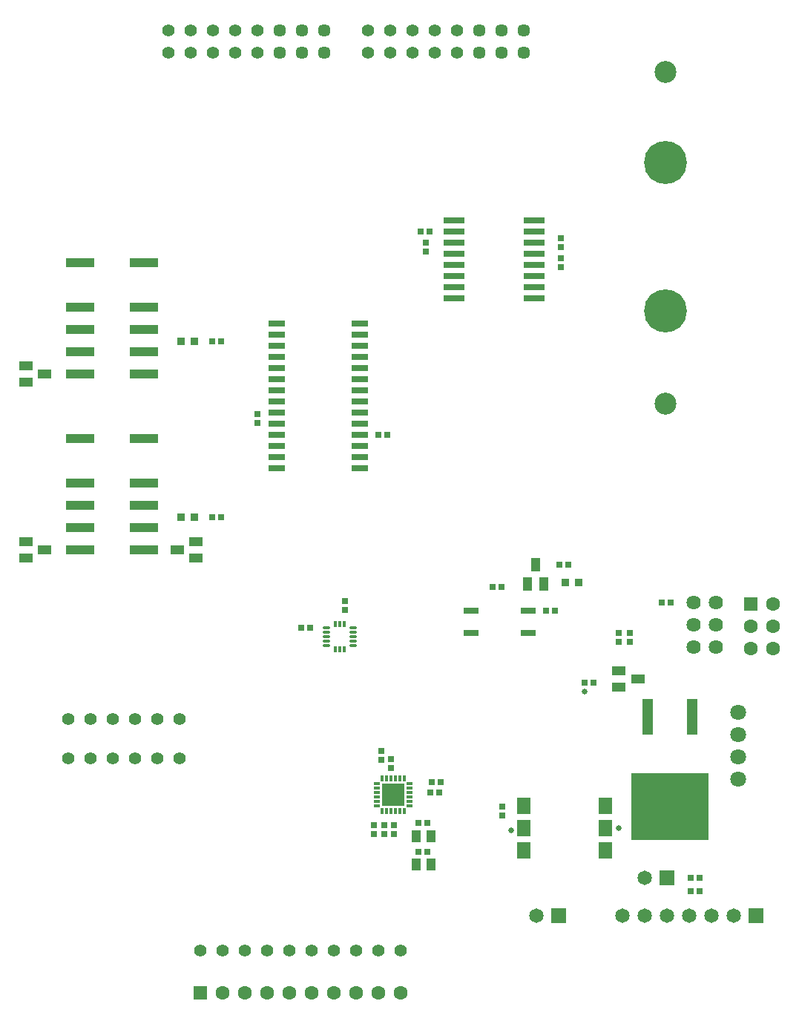
<source format=gts>
G04*
G04 #@! TF.GenerationSoftware,Altium Limited,Altium Designer,18.1.9 (240)*
G04*
G04 Layer_Color=8388736*
%FSLAX24Y24*%
%MOIN*%
G70*
G01*
G75*
%ADD39R,0.0354X0.0354*%
%ADD40R,0.0433X0.0591*%
%ADD41R,0.0280X0.0300*%
%ADD42R,0.0672X0.0256*%
%ADD43R,0.0300X0.0280*%
%ADD44O,0.0335X0.0157*%
%ADD45O,0.0157X0.0285*%
%ADD46R,0.0925X0.0276*%
%ADD47R,0.0748X0.0276*%
%ADD48R,0.1284X0.0434*%
%ADD49R,0.0433X0.0531*%
%ADD50R,0.0591X0.0433*%
%ADD51R,0.0276X0.0138*%
%ADD52R,0.0138X0.0276*%
%ADD53R,0.1024X0.1024*%
%ADD54R,0.0513X0.1604*%
%ADD55R,0.3466X0.3045*%
%ADD56R,0.0638X0.0740*%
%ADD57C,0.0560*%
%ADD58C,0.0570*%
%ADD59C,0.0640*%
%ADD60C,0.1930*%
%ADD61C,0.0985*%
%ADD62R,0.0650X0.0650*%
%ADD63C,0.0650*%
%ADD64C,0.0630*%
%ADD65R,0.0630X0.0630*%
%ADD66R,0.0630X0.0630*%
%ADD67C,0.0709*%
%ADD68C,0.0239*%
%ADD69C,0.0249*%
D39*
X28815Y14180D02*
D03*
X29405D02*
D03*
X11550Y25000D02*
D03*
X12141D02*
D03*
X11550Y17100D02*
D03*
X12141D02*
D03*
D40*
X27100Y14110D02*
D03*
X27848D02*
D03*
X27474Y14976D02*
D03*
D41*
X12950Y25000D02*
D03*
X13350D02*
D03*
X34850Y910D02*
D03*
X34450D02*
D03*
X30067Y9666D02*
D03*
X29667D02*
D03*
X22630Y2090D02*
D03*
X22230D02*
D03*
X22760Y4755D02*
D03*
X23160D02*
D03*
X22830Y5210D02*
D03*
X23230D02*
D03*
X22730Y29960D02*
D03*
X22330D02*
D03*
X20800Y20807D02*
D03*
X20400D02*
D03*
X34850Y330D02*
D03*
X34450D02*
D03*
X33560Y13280D02*
D03*
X33160D02*
D03*
X28360Y12910D02*
D03*
X27960D02*
D03*
X25950Y13970D02*
D03*
X25550D02*
D03*
X28940Y14970D02*
D03*
X28540D02*
D03*
X12950Y17100D02*
D03*
X13350D02*
D03*
X17360Y12140D02*
D03*
X16960D02*
D03*
X22230Y3370D02*
D03*
X22630D02*
D03*
D42*
X24579Y12900D02*
D03*
Y11900D02*
D03*
X27161Y12900D02*
D03*
Y11900D02*
D03*
D43*
X25980Y3730D02*
D03*
Y4130D02*
D03*
X20980Y5850D02*
D03*
Y6250D02*
D03*
X20560Y6230D02*
D03*
Y6630D02*
D03*
X14988Y21750D02*
D03*
Y21350D02*
D03*
X20230Y3280D02*
D03*
Y2880D02*
D03*
X28600Y29655D02*
D03*
Y29255D02*
D03*
Y28750D02*
D03*
Y28350D02*
D03*
X31730Y11510D02*
D03*
Y11910D02*
D03*
X31230Y11503D02*
D03*
Y11903D02*
D03*
X21120Y2880D02*
D03*
Y3280D02*
D03*
X18910Y12960D02*
D03*
Y13360D02*
D03*
X22550Y29460D02*
D03*
Y29060D02*
D03*
X20680Y2880D02*
D03*
Y3280D02*
D03*
D44*
X18090Y12144D02*
D03*
Y11947D02*
D03*
Y11750D02*
D03*
Y11553D02*
D03*
Y11356D02*
D03*
X19290D02*
D03*
Y11553D02*
D03*
Y11750D02*
D03*
Y11947D02*
D03*
Y12144D02*
D03*
D45*
X18493Y11189D02*
D03*
X18690D02*
D03*
X18887D02*
D03*
Y12311D02*
D03*
X18690D02*
D03*
X18493D02*
D03*
D46*
X23809Y30455D02*
D03*
Y29955D02*
D03*
Y29455D02*
D03*
Y28955D02*
D03*
Y28455D02*
D03*
Y27955D02*
D03*
Y27455D02*
D03*
Y26955D02*
D03*
X27411Y30455D02*
D03*
Y29955D02*
D03*
Y29455D02*
D03*
Y28955D02*
D03*
Y28455D02*
D03*
Y27955D02*
D03*
Y27455D02*
D03*
Y26955D02*
D03*
D47*
X19596Y19307D02*
D03*
Y19807D02*
D03*
Y20307D02*
D03*
Y20807D02*
D03*
Y21307D02*
D03*
Y21807D02*
D03*
Y22307D02*
D03*
Y22807D02*
D03*
Y23307D02*
D03*
Y23807D02*
D03*
Y24307D02*
D03*
Y24807D02*
D03*
Y25307D02*
D03*
Y25807D02*
D03*
X15836Y19307D02*
D03*
Y19807D02*
D03*
Y20307D02*
D03*
Y20807D02*
D03*
Y21307D02*
D03*
Y21807D02*
D03*
Y22307D02*
D03*
Y22807D02*
D03*
Y23307D02*
D03*
Y23807D02*
D03*
Y24307D02*
D03*
Y24807D02*
D03*
Y25307D02*
D03*
Y25807D02*
D03*
D48*
X9875Y23550D02*
D03*
X7025D02*
D03*
X9875Y28550D02*
D03*
Y26550D02*
D03*
Y25550D02*
D03*
Y24550D02*
D03*
X7025D02*
D03*
Y25550D02*
D03*
Y26550D02*
D03*
Y28550D02*
D03*
Y20650D02*
D03*
Y18650D02*
D03*
Y17650D02*
D03*
Y16650D02*
D03*
X9875D02*
D03*
Y17650D02*
D03*
Y18650D02*
D03*
Y20650D02*
D03*
X7025Y15650D02*
D03*
X9875D02*
D03*
D49*
X22795Y1500D02*
D03*
X22125D02*
D03*
X22125Y2770D02*
D03*
X22795D02*
D03*
D50*
X12233Y15276D02*
D03*
Y16024D02*
D03*
X11367Y15650D02*
D03*
X31224Y10230D02*
D03*
Y9482D02*
D03*
X32091Y9856D02*
D03*
X4567Y16024D02*
D03*
Y15276D02*
D03*
X5433Y15650D02*
D03*
Y23550D02*
D03*
X4567Y23176D02*
D03*
Y23924D02*
D03*
D51*
X20340Y5149D02*
D03*
Y4952D02*
D03*
Y4755D02*
D03*
Y4558D02*
D03*
Y4361D02*
D03*
Y4164D02*
D03*
X21817D02*
D03*
Y4361D02*
D03*
Y4558D02*
D03*
Y4755D02*
D03*
Y4952D02*
D03*
Y5149D02*
D03*
D52*
X20587Y3918D02*
D03*
X20783D02*
D03*
X20980D02*
D03*
X21177D02*
D03*
X21374D02*
D03*
X21571D02*
D03*
Y5395D02*
D03*
X21374D02*
D03*
X21177D02*
D03*
X20980D02*
D03*
X20783D02*
D03*
X20587D02*
D03*
D53*
X21079Y4656D02*
D03*
D54*
X34520Y8165D02*
D03*
X32520D02*
D03*
D55*
X33520Y4110D02*
D03*
D56*
X26965Y2140D02*
D03*
X30615D02*
D03*
Y4140D02*
D03*
X26965D02*
D03*
X30615Y3140D02*
D03*
X26965D02*
D03*
D57*
X10988Y38990D02*
D03*
Y37990D02*
D03*
X11988Y38990D02*
D03*
Y37990D02*
D03*
X12988Y38990D02*
D03*
Y37990D02*
D03*
X13988Y38990D02*
D03*
Y37990D02*
D03*
X14988Y38990D02*
D03*
Y37990D02*
D03*
X12402Y-2362D02*
D03*
X13402D02*
D03*
X14402D02*
D03*
X15402D02*
D03*
X16402D02*
D03*
X17402D02*
D03*
X18402D02*
D03*
X19402D02*
D03*
X20402D02*
D03*
X21402D02*
D03*
X19958Y38990D02*
D03*
Y37990D02*
D03*
X20958Y38990D02*
D03*
Y37990D02*
D03*
X21958Y38990D02*
D03*
Y37990D02*
D03*
X22958Y38990D02*
D03*
Y37990D02*
D03*
X23958Y38990D02*
D03*
Y37990D02*
D03*
X6470Y8040D02*
D03*
X7470D02*
D03*
X8470D02*
D03*
X9470D02*
D03*
X10470D02*
D03*
X11470D02*
D03*
X6472Y6280D02*
D03*
X7472D02*
D03*
X8472D02*
D03*
X9472D02*
D03*
X10472D02*
D03*
X11472D02*
D03*
D58*
X15988Y38990D02*
D03*
Y37990D02*
D03*
X16988Y38990D02*
D03*
Y37990D02*
D03*
X17988Y38990D02*
D03*
Y37990D02*
D03*
X24958Y38990D02*
D03*
Y37990D02*
D03*
X25958Y38990D02*
D03*
Y37990D02*
D03*
X26958Y38990D02*
D03*
Y37990D02*
D03*
D59*
X35585Y13270D02*
D03*
X34585D02*
D03*
X35585Y12270D02*
D03*
X34585D02*
D03*
X35585Y11270D02*
D03*
X34585D02*
D03*
D60*
X33331Y33048D02*
D03*
Y26374D02*
D03*
D61*
Y22230D02*
D03*
X33331Y37116D02*
D03*
D62*
X28500Y-790D02*
D03*
X33390Y910D02*
D03*
X37390Y-790D02*
D03*
D63*
X27500D02*
D03*
X32390Y910D02*
D03*
X31390Y-790D02*
D03*
X32390D02*
D03*
X33390D02*
D03*
X34390D02*
D03*
X35390D02*
D03*
X36390D02*
D03*
D64*
X38150Y11220D02*
D03*
X37150D02*
D03*
X38150Y12220D02*
D03*
X37150D02*
D03*
X38150Y13220D02*
D03*
X13410Y-4240D02*
D03*
X15410D02*
D03*
X16410D02*
D03*
X17410D02*
D03*
X18410D02*
D03*
X19410D02*
D03*
X20410D02*
D03*
X21410D02*
D03*
X14410D02*
D03*
D65*
X37150Y13220D02*
D03*
D66*
X12410Y-4240D02*
D03*
D67*
X36590Y6340D02*
D03*
Y7340D02*
D03*
Y8340D02*
D03*
Y5340D02*
D03*
D68*
X20862Y4873D02*
D03*
X21295D02*
D03*
X20862Y4440D02*
D03*
X21295D02*
D03*
D69*
X31210Y3140D02*
D03*
X29667Y9296D02*
D03*
X26370Y3040D02*
D03*
M02*

</source>
